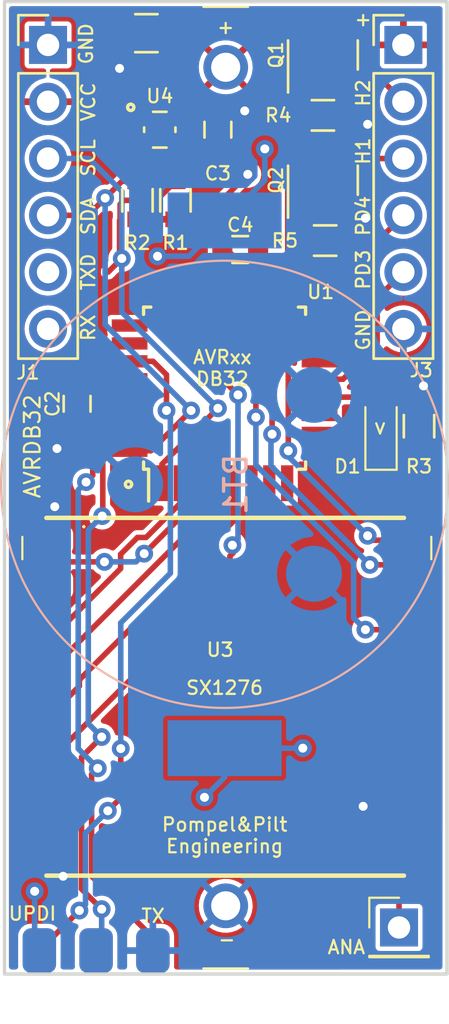
<source format=kicad_pcb>
(kicad_pcb (version 20211014) (generator pcbnew)
  (layers (0 "F.Cu" signal) (31 "B.Cu" signal) (37 "F.SilkS" user "F.Silkscreen") (38 "B.Mask" user) (39 "F.Mask" user) (44 "Edge.Cuts" user))
  (net 0 "")
  (net 1 "/RSTL")
  (net 2 "/SS")
  (net 3 "/SCK")
  (net 4 "/MOSI")
  (net 5 "/MISO")
  (net 6 "/REC_INT")
  (net 7 "GND")
  (net 8 "VCC")
  (net 9 "/SDA")
  (net 10 "/SCL")
  (net 11 "Net-(D1-Pad1)")
  (net 12 "/LED")
  (net 13 "/ANA")
  (net 14 "/TXD")
  (net 15 "/D2")
  (net 16 "/D1")
  (net 20 "/RXD")
  (net 25 "/UPDI")
  (net 26 "/PD6")
  (net 27 "/PD5")
  (net 28 "/PD4")
  (net 29 "/PD3")
  (net 31 "unconnected-(U1-Pad8)")
  (net 34 "/TX")
  (net 35 "/RX")
  (net 36 "/HP1")
  (net 37 "/HP2")
  (footprint "LEDs:LED_0805" (layer "F.Cu") (at 115.4 58.25 90)
    (fp_text reference "D1" (at -1.65 -1.5) (layer "F.SilkS") (effects (font (size 0.6 0.6) (thickness 0.1))))
    (fp_text value "LED")
    (fp_line (start -1.8 -0.7) (end 1 -0.7) (layer "F.SilkS") (width 0.1))
    (fp_line (start -1.8 -0.7) (end -1.8 0.7) (layer "F.SilkS") (width 0.1))
    (fp_line (start -1.8 0.7) (end 1 0.7) (layer "F.SilkS") (width 0.1))
    (pad "1" smd rect locked (at -1.1 0 270) (size 1.2 1.2) (layers "F.Cu" "F.Paste" "F.Mask") (net 11 "Net-(D1-Pad1)"))
    (pad "2" smd rect locked (at 1.1 0 270) (size 1.2 1.2) (layers "F.Cu" "F.Paste" "F.Mask") (net 12 "/LED"))
  )
  (footprint "Pin_Headers:Pin_Header_Straight_1x01_Pitch2.54mm" (layer "F.Cu") (at 116.205 80.518)
    (fp_text reference "AE1" hide)
    (fp_text value "Antenna")
    (fp_line (start 1.33 1.27) (end 1.33 1.33) (layer "F.SilkS") (width 0.1))
    (fp_line (start -1.33 -1.33) (end 0 -1.33) (layer "F.SilkS") (width 0.1))
    (fp_line (start -1.33 1.27) (end 1.33 1.27) (layer "F.SilkS") (width 0.1))
    (fp_line (start -1.33 0) (end -1.33 -1.33) (layer "F.SilkS") (width 0.1))
    (fp_line (start -1.33 1.27) (end -1.33 1.33) (layer "F.SilkS") (width 0.1))
    (fp_line (start -1.33 1.33) (end 1.33 1.33) (layer "F.SilkS") (width 0.1))
    (pad "1" thru_hole rect locked (at 0 0) (size 1.7 1.7) (drill 1) (layers *.Cu *.Mask) (net 13 "/ANA"))
  )
  (footprint "halib:EdgePads_FB_2x03" (layer "F.Cu") (at 102.65 84.6)
    (fp_text reference "J2" hide)
    (fp_text value "Conn_02x03_Top_Bottom")
    (pad "1" connect roundrect locked (at -2.54 -3.048) (size 1.5 2) (layers "F.Cu" "F.Mask") (net 25 "/UPDI"))
    (pad "2" connect roundrect locked (at 0 -3.048) (size 1.5 2) (layers "F.Cu" "F.Mask"))
    (pad "3" connect roundrect locked (at 2.54 -3.048) (size 1.5 2) (layers "F.Cu" "F.Mask") (net 14 "/TXD"))
    (pad "4" connect roundrect locked (at -2.54 -3.048) (size 1.5 2) (layers "B.Cu" "B.Mask") (net 8 "VCC"))
    (pad "5" connect roundrect locked (at 0 -3.048) (size 1.5 2) (layers "B.Cu" "B.Mask") (net 20 "/RXD"))
    (pad "6" connect roundrect locked (at 2.54 -3.048) (size 1.5 2) (layers "B.Cu" "B.Mask") (net 7 "GND"))
  )
  (footprint "halib:1276Module2mm" (layer "F.Cu") (at 106.426 76.2)
    (fp_text reference "U3" (at 1.774 -8.1) (layer "F.SilkS") (effects (font (size 0.6 0.6) (thickness 0.1))))
    (fp_text value "1276Module")
    (fp_line (start 10 2) (end -6 2) (layer "F.SilkS") (width 0.2))
    (fp_line (start -6 -14) (end 10 -14) (layer "F.SilkS") (width 0.2))
    (pad "1" smd roundrect (at 10 -1) (size 2 1) (layers "F.Cu" "F.Paste" "F.Mask") (net 7 "GND"))
    (pad "1" smd roundrect (at -6 1) (size 2 1) (layers "F.Cu" "F.Paste" "F.Mask") (net 7 "GND"))
    (pad "1" smd roundrect (at -6 -13) (size 2 1) (layers "F.Cu" "F.Paste" "F.Mask") (net 7 "GND"))
    (pad "2" smd roundrect (at -6 -11) (size 2 1) (layers "F.Cu" "F.Paste" "F.Mask") (net 5 "/MISO"))
    (pad "3" smd roundrect (at -6 -9) (size 2 1) (layers "F.Cu" "F.Paste" "F.Mask") (net 4 "/MOSI"))
    (pad "4" smd roundrect (at -6 -7) (size 2 1) (layers "F.Cu" "F.Paste" "F.Mask") (net 3 "/SCK"))
    (pad "5" smd roundrect (at -6 -5) (size 2 1) (layers "F.Cu" "F.Paste" "F.Mask") (net 2 "/SS"))
    (pad "6" smd roundrect (at -6 -3) (size 2 1) (layers "F.Cu" "F.Paste" "F.Mask") (net 1 "/RSTL"))
    (pad "7" smd roundrect (at 10 -9) (size 2 1) (layers "F.Cu" "F.Paste" "F.Mask") (net 6 "/REC_INT"))
    (pad "8" smd roundrect (at 10 -11) (size 2 1) (layers "F.Cu" "F.Paste" "F.Mask") (net 16 "/D1"))
    (pad "9" smd roundrect (at 10 -13) (size 2 1) (layers "F.Cu" "F.Paste" "F.Mask") (net 15 "/D2"))
    (pad "10" smd roundrect (at 10 -3) (size 2 1) (layers "F.Cu" "F.Paste" "F.Mask"))
    (pad "11" smd roundrect (at 10 -5) (size 2 1) (layers "F.Cu" "F.Paste" "F.Mask"))
    (pad "12" smd roundrect (at -6 -1) (size 2 1) (layers "F.Cu" "F.Paste" "F.Mask"))
    (pad "13" smd roundrect (at 10 1) (size 2 1) (layers "F.Cu" "F.Paste" "F.Mask") (net 13 "/ANA"))
    (pad "14" smd roundrect (at 10 -7) (size 2 1) (layers "F.Cu" "F.Paste" "F.Mask") (net 8 "VCC"))
  )
  (footprint "halib:CR123Holder" (layer "F.Cu") (at 108.45 42.05 -90)
    (fp_text reference "BT2" hide)
    (fp_text value "CR123")
    (fp_line (start 21 9.1) (end 22 9.1) (layer "F.SilkS") (width 0.1))
    (fp_line (start 21 -9.2) (end 22 -9.2) (layer "F.SilkS") (width 0.1))
    (fp_line (start 40.3 -1) (end 40.3 1) (layer "F.SilkS") (width 0.1))
    (fp_line (start -2.7 -1) (end -2.7 1) (layer "F.SilkS") (width 0.1))
    (pad "1" thru_hole circle locked (at 0 0 270) (size 2 2) (drill 1.3) (layers *.Cu *.Mask) (net 8 "VCC"))
    (pad "2" thru_hole circle locked (at 37.5 0 270) (size 2 2) (drill 1.3) (layers *.Cu *.Mask) (net 7 "GND"))
  )
  (footprint "halib:C_0603_Compact_hand" (layer "F.Cu") (at 101.8 57.1 -90)
    (fp_text reference "C2" (at 0 1.1 90) (layer "F.SilkS") (effects (font (size 0.6 0.6) (thickness 0.1))))
    (fp_text value "100n")
    (fp_line (start 0.35 0.6) (end -0.35 0.6) (layer "F.SilkS") (width 0.12))
    (fp_line (start -0.35 -0.6) (end 0.35 -0.6) (layer "F.SilkS") (width 0.12))
    (pad "1" smd rect locked (at -0.8 0 270) (size 0.9 0.75) (layers "F.Cu" "F.Paste" "F.Mask") (net 8 "VCC"))
    (pad "2" smd rect locked (at 0.8 0 270) (size 0.9 0.75) (layers "F.Cu" "F.Paste" "F.Mask") (net 7 "GND"))
  )
  (footprint "halib:C_0603_Compact_hand" (layer "F.Cu") (at 108.1 44.841421 90)
    (fp_text reference "C3" (at -1.958579 0 180) (layer "F.SilkS") (effects (font (size 0.6 0.6) (thickness 0.1))))
    (fp_text value "100n")
    (fp_line (start 0.35 0.6) (end -0.35 0.6) (layer "F.SilkS") (width 0.12))
    (fp_line (start -0.35 -0.6) (end 0.35 -0.6) (layer "F.SilkS") (width 0.12))
    (pad "1" smd rect locked (at -0.8 0 90) (size 0.9 0.75) (layers "F.Cu" "F.Paste" "F.Mask") (net 8 "VCC"))
    (pad "2" smd rect locked (at 0.8 0 90) (size 0.9 0.75) (layers "F.Cu" "F.Paste" "F.Mask") (net 7 "GND"))
  )
  (footprint "halib:C_0603_Compact_hand" (layer "F.Cu") (at 109.1 50.2 180)
    (fp_text reference "C4" (at 0 1.1) (layer "F.SilkS") (effects (font (size 0.6 0.6) (thickness 0.1))))
    (fp_text value "100n")
    (fp_line (start 0.35 0.6) (end -0.35 0.6) (layer "F.SilkS") (width 0.12))
    (fp_line (start -0.35 -0.6) (end 0.35 -0.6) (layer "F.SilkS") (width 0.12))
    (pad "1" smd rect locked (at -0.8 0 180) (size 0.9 0.75) (layers "F.Cu" "F.Paste" "F.Mask") (net 8 "VCC"))
    (pad "2" smd rect locked (at 0.8 0 180) (size 0.9 0.75) (layers "F.Cu" "F.Paste" "F.Mask") (net 7 "GND"))
  )
  (footprint "halib:R_0603_Compact_hand" (layer "F.Cu") (at 117.1 58.1 90)
    (fp_text reference "R3" (at -1.8 0) (layer "F.SilkS") (effects (font (size 0.6 0.6) (thickness 0.1))))
    (fp_text value "R400")
    (fp_line (start -0.5 -0.68) (end 0.5 -0.68) (layer "F.SilkS") (width 0.12))
    (fp_line (start 0.5 0.68) (end -0.5 0.68) (layer "F.SilkS") (width 0.12))
    (pad "1" smd rect locked (at -0.85 0 90) (size 0.7 0.9) (layers "F.Cu" "F.Paste" "F.Mask") (net 11 "Net-(D1-Pad1)"))
    (pad "2" smd rect locked (at 0.85 0 90) (size 0.7 0.9) (layers "F.Cu" "F.Paste" "F.Mask") (net 7 "GND"))
  )
  (footprint "halib:R_0603_Compact_hand" (layer "F.Cu") (at 106.2 48 90)
    (fp_text reference "R1" (at -1.9 0 180) (layer "F.SilkS") (effects (font (size 0.6 0.6) (thickness 0.1))))
    (fp_text value "4k7")
    (fp_line (start 0.5 0.68) (end -0.5 0.68) (layer "F.SilkS") (width 0.12))
    (fp_line (start -0.5 -0.68) (end 0.5 -0.68) (layer "F.SilkS") (width 0.12))
    (pad "1" smd rect locked (at -0.85 0 90) (size 0.7 0.9) (layers "F.Cu" "F.Paste" "F.Mask") (net 8 "VCC"))
    (pad "2" smd rect locked (at 0.85 0 90) (size 0.7 0.9) (layers "F.Cu" "F.Paste" "F.Mask") (net 10 "/SCL"))
  )
  (footprint "halib:R_0603_Compact_hand" (layer "F.Cu") (at 104.5 48 90)
    (fp_text reference "R2" (at -1.9 0 180) (layer "F.SilkS") (effects (font (size 0.6 0.6) (thickness 0.1))))
    (fp_text value "4k7")
    (fp_line (start -0.5 -0.68) (end 0.5 -0.68) (layer "F.SilkS") (width 0.12))
    (fp_line (start 0.5 0.68) (end -0.5 0.68) (layer "F.SilkS") (width 0.12))
    (pad "1" smd rect locked (at -0.85 0 90) (size 0.7 0.9) (layers "F.Cu" "F.Paste" "F.Mask") (net 8 "VCC"))
    (pad "2" smd rect locked (at 0.85 0 90) (size 0.7 0.9) (layers "F.Cu" "F.Paste" "F.Mask") (net 9 "/SDA"))
  )
  (footprint "Capacitors_SMD:C_0805_HandSoldering" (layer "F.Cu") (at 104.9 40.525 180)
    (fp_text reference "C1" hide)
    (fp_text value "10uF")
    (fp_line (start 0.5 -0.85) (end -0.5 -0.85) (layer "F.SilkS") (width 0.12))
    (fp_line (start -0.5 0.85) (end 0.5 0.85) (layer "F.SilkS") (width 0.12))
    (pad "1" smd rect locked (at -1.25 0 180) (size 1.5 1.25) (layers "F.Cu" "F.Paste" "F.Mask") (net 8 "VCC"))
    (pad "2" smd rect locked (at 1.25 0 180) (size 1.5 1.25) (layers "F.Cu" "F.Paste" "F.Mask") (net 7 "GND"))
  )
  (footprint "halib:R_0603_Compact_hand" (layer "F.Cu") (at 112.9 49.8)
    (fp_text reference "R5" (at -1.8 0) (layer "F.SilkS") (effects (font (size 0.6 0.6) (thickness 0.1))))
    (fp_text value "100k")
    (fp_line (start 0.5 0.68) (end -0.5 0.68) (layer "F.SilkS") (width 0.12))
    (fp_line (start -0.5 -0.68) (end 0.5 -0.68) (layer "F.SilkS") (width 0.12))
    (pad "1" smd rect locked (at -0.85 0) (size 0.7 0.9) (layers "F.Cu" "F.Paste" "F.Mask") (net 27 "/PD5"))
    (pad "2" smd rect locked (at 0.85 0) (size 0.7 0.9) (layers "F.Cu" "F.Paste" "F.Mask") (net 7 "GND"))
  )
  (footprint "Package_TO_SOT_SMD:SOT-23" (layer "F.Cu") (at 112.8 41.5 90)
    (fp_text reference "Q1" (at 0 -2.1 90) (layer "F.SilkS") (effects (font (size 0.6 0.6) (thickness 0.1))))
    (fp_text value "N-MOS")
    (fp_line (start 0 1.56) (end 0.65 1.56) (layer "F.SilkS") (width 0.12))
    (fp_line (start 0 1.56) (end -0.65 1.56) (layer "F.SilkS") (width 0.12))
    (fp_line (start 0 -1.56) (end 0.65 -1.56) (layer "F.SilkS") (width 0.12))
    (fp_line (start 0 -1.56) (end -1.675 -1.56) (layer "F.SilkS") (width 0.12))
    (pad "1" smd roundrect locked (at -0.9375 -0.95 90) (size 1.475 0.6) (layers "F.Cu" "F.Paste" "F.Mask") (net 26 "/PD6"))
    (pad "2" smd roundrect locked (at -0.9375 0.95 90) (size 1.475 0.6) (layers "F.Cu" "F.Paste" "F.Mask") (net 7 "GND"))
    (pad "3" smd roundrect locked (at 0.9375 0 90) (size 1.475 0.6) (layers "F.Cu" "F.Paste" "F.Mask") (net 36 "/HP1"))
  )
  (footprint "Package_QFP:TQFP-32_7x7mm_P0.8mm" (layer "F.Cu") (at 108.4 56.4 90)
    (fp_text reference "U1" (at 4.3 4.3 180) (layer "F.SilkS") (effects (font (size 0.6 0.6) (thickness 0.1))))
    (fp_text value "ATmega4808-A")
    (fp_line (start -3.625 -3.625) (end -3.3 -3.625) (layer "F.SilkS") (width 0.15))
    (fp_line (start -3.625 3.625) (end -3.625 3.3) (layer "F.SilkS") (width 0.15))
    (fp_line (start 3.625 3.625) (end 3.3 3.625) (layer "F.SilkS") (width 0.15))
    (fp_line (start -3.625 -3.625) (end -3.625 -3.4) (layer "F.SilkS") (width 0.15))
    (fp_line (start 3.625 3.625) (end 3.625 3.3) (layer "F.SilkS") (width 0.15))
    (fp_line (start 3.625 -3.625) (end 3.625 -3.3) (layer "F.SilkS") (width 0.15))
    (fp_line (start -3.625 3.625) (end -3.3 3.625) (layer "F.SilkS") (width 0.15))
    (fp_line (start -3.625 -3.4) (end -5.05 -3.4) (layer "F.SilkS") (width 0.15))
    (fp_line (start 3.625 -3.625) (end 3.3 -3.625) (layer "F.SilkS") (width 0.15))
    (pad "1" smd rect locked (at -4.25 -2.8 90) (size 1.6 0.55) (layers "F.Cu" "F.Paste" "F.Mask") (net 10 "/SCL"))
    (pad "2" smd rect locked (at -4.25 -2 90) (size 1.6 0.55) (layers "F.Cu" "F.Paste" "F.Mask") (net 4 "/MOSI"))
    (pad "3" smd rect locked (at -4.25 -1.2 90) (size 1.6 0.55) (layers "F.Cu" "F.Paste" "F.Mask") (net 5 "/MISO"))
    (pad "4" smd rect locked (at -4.25 -0.4 90) (size 1.6 0.55) (layers "F.Cu" "F.Paste" "F.Mask") (net 3 "/SCK"))
    (pad "5" smd rect locked (at -4.25 0.4 90) (size 1.6 0.55) (layers "F.Cu" "F.Paste" "F.Mask") (net 2 "/SS"))
    (pad "6" smd rect locked (at -4.25 1.2 90) (size 1.6 0.55) (layers "F.Cu" "F.Paste" "F.Mask"))
    (pad "7" smd rect locked (at -4.25 2 90) (size 1.6 0.55) (layers "F.Cu" "F.Paste" "F.Mask"))
    (pad "8" smd rect locked (at -4.25 2.8 90) (size 1.6 0.55) (layers "F.Cu" "F.Paste" "F.Mask") (net 31 "unconnected-(U1-Pad8)"))
    (pad "9" smd rect locked (at -2.8 4.25 180) (size 1.6 0.55) (layers "F.Cu" "F.Paste" "F.Mask"))
    (pad "10" smd rect locked (at -2 4.25 180) (size 1.6 0.55) (layers "F.Cu" "F.Paste" "F.Mask"))
    (pad "11" smd rect locked (at -1.2 4.25 180) (size 1.6 0.55) (layers "F.Cu" "F.Paste" "F.Mask"))
    (pad "12" smd rect locked (at -0.4 4.25 180) (size 1.6 0.55) (layers "F.Cu" "F.Paste" "F.Mask") (net 12 "/LED"))
    (pad "13" smd rect locked (at 0.4 4.25 180) (size 1.6 0.55) (layers "F.Cu" "F.Paste" "F.Mask") (net 29 "/PD3"))
    (pad "14" smd rect locked (at 1.2 4.25 180) (size 1.6 0.55) (layers "F.Cu" "F.Paste" "F.Mask") (net 28 "/PD4"))
    (pad "15" smd rect locked (at 2 4.25 180) (size 1.6 0.55) (layers "F.Cu" "F.Paste" "F.Mask") (net 27 "/PD5"))
    (pad "16" smd rect locked (at 2.8 4.25 180) (size 1.6 0.55) (layers "F.Cu" "F.Paste" "F.Mask") (net 26 "/PD6"))
    (pad "17" smd rect locked (at 4.25 2.8 90) (size 1.6 0.55) (layers "F.Cu" "F.Paste" "F.Mask"))
    (pad "18" smd rect locked (at 4.25 2 90) (size 1.6 0.55) (layers "F.Cu" "F.Paste" "F.Mask") (net 8 "VCC"))
    (pad "19" smd rect locked (at 4.25 1.2 90) (size 1.6 0.55) (layers "F.Cu" "F.Paste" "F.Mask") (net 7 "GND"))
    (pad "20" smd rect locked (at 4.25 0.4 90) (size 1.6 0.55) (layers "F.Cu" "F.Paste" "F.Mask") (net 15 "/D2"))
    (pad "21" smd rect locked (at 4.25 -0.4 90) (size 1.6 0.55) (layers "F.Cu" "F.Paste" "F.Mask") (net 16 "/D1"))
    (pad "22" smd rect locked (at 4.25 -1.2 90) (size 1.6 0.55) (layers "F.Cu" "F.Paste" "F.Mask"))
    (pad "23" smd rect locked (at 4.25 -2 90) (size 1.6 0.55) (layers "F.Cu" "F.Paste" "F.Mask") (net 6 "/REC_INT"))
    (pad "24" smd rect locked (at 4.25 -2.8 90) (size 1.6 0.55) (layers "F.Cu" "F.Paste" "F.Mask") (net 1 "/RSTL"))
    (pad "25" smd rect locked (at 2.8 -4.25 180) (size 1.6 0.55) (layers "F.Cu" "F.Paste" "F.Mask"))
    (pad "26" smd rect locked (at 2 -4.25 180) (size 1.6 0.55) (layers "F.Cu" "F.Paste" "F.Mask"))
    (pad "27" smd rect locked (at 1.2 -4.25 180) (size 1.6 0.55) (layers "F.Cu" "F.Paste" "F.Mask") (net 25 "/UPDI"))
    (pad "28" smd rect locked (at 0.4 -4.25 180) (size 1.6 0.55) (layers "F.Cu" "F.Paste" "F.Mask") (net 8 "VCC"))
    (pad "29" smd rect locked (at -0.4 -4.25 180) (size 1.6 0.55) (layers "F.Cu" "F.Paste" "F.Mask") (net 7 "GND"))
    (pad "30" smd rect locked (at -1.2 -4.25 180) (size 1.6 0.55) (layers "F.Cu" "F.Paste" "F.Mask") (net 14 "/TXD"))
    (pad "31" smd rect locked (at -2 -4.25 180) (size 1.6 0.55) (layers "F.Cu" "F.Paste" "F.Mask") (net 20 "/RXD"))
    (pad "32" smd rect locked (at -2.8 -4.25 180) (size 1.6 0.55) (layers "F.Cu" "F.Paste" "F.Mask") (net 9 "/SDA"))
  )
  (footprint "Connector_PinHeader_2.54mm:PinHeader_1x06_P2.54mm_Vertical" (layer "F.Cu") (at 100.5 41.05)
    (fp_text reference "J1" (at -0.9 14.65) (layer "F.SilkS") (effects (font (size 0.6 0.6) (thickness 0.1))))
    (fp_text value "Conn_01x06")
    (fp_line (start -1.33 -1.33) (end 0 -1.33) (layer "F.SilkS") (width 0.12))
    (fp_line (start -1.33 14.03) (end 1.33 14.03) (layer "F.SilkS") (width 0.12))
    (fp_line (start -1.33 1.27) (end -1.33 14.03) (layer "F.SilkS") (width 0.12))
    (fp_line (start -1.33 1.27) (end 1.33 1.27) (layer "F.SilkS") (width 0.12))
    (fp_line (start 1.33 1.27) (end 1.33 14.03) (layer "F.SilkS") (width 0.12))
    (fp_line (start -1.33 0) (end -1.33 -1.33) (layer "F.SilkS") (width 0.12))
    (pad "1" thru_hole rect locked (at 0 0) (size 1.7 1.7) (drill 1) (layers *.Cu *.Mask) (net 7 "GND"))
    (pad "2" thru_hole oval locked (at 0 2.54) (size 1.7 1.7) (drill 1) (layers *.Cu *.Mask) (net 8 "VCC"))
    (pad "3" thru_hole oval locked (at 0 5.08) (size 1.7 1.7) (drill 1) (layers *.Cu *.Mask) (net 10 "/SCL"))
    (pad "4" thru_hole oval locked (at 0 7.62) (size 1.7 1.7) (drill 1) (layers *.Cu *.Mask) (net 9 "/SDA"))
    (pad "5" thru_hole oval locked (at 0 10.16) (size 1.7 1.7) (drill 1) (layers *.Cu *.Mask) (net 34 "/TX"))
    (pad "6" thru_hole oval locked (at 0 12.7) (size 1.7 1.7) (drill 1) (layers *.Cu *.Mask) (net 35 "/RX"))
  )
  (footprint "Connector_PinHeader_2.54mm:PinHeader_1x06_P2.54mm_Vertical" (layer "F.Cu") (at 116.4 41.05)
    (fp_text reference "J3" (at 0.8 14.55) (layer "F.SilkS") (effects (font (size 0.6 0.6) (thickness 0.1))))
    (fp_text value "Conn_01x06")
    (fp_line (start -1.33 1.27) (end -1.33 14.03) (layer "F.SilkS") (width 0.12))
    (fp_line (start -1.33 0) (end -1.33 -1.33) (layer "F.SilkS") (width 0.12))
    (fp_line (start -1.33 1.27) (end 1.33 1.27) (layer "F.SilkS") (width 0.12))
    (fp_line (start -1.33 -1.33) (end 0 -1.33) (layer "F.SilkS") (width 0.12))
    (fp_line (start 1.33 1.27) (end 1.33 14.03) (layer "F.SilkS") (width 0.12))
    (fp_line (start -1.33 14.03) (end 1.33 14.03) (layer "F.SilkS") (width 0.12))
    (pad "1" thru_hole rect locked (at 0 0) (size 1.7 1.7) (drill 1) (layers *.Cu *.Mask) (net 8 "VCC"))
    (pad "2" thru_hole oval locked (at 0 2.54) (size 1.7 1.7) (drill 1) (layers *.Cu *.Mask) (net 36 "/HP1"))
    (pad "3" thru_hole oval locked (at 0 5.08) (size 1.7 1.7) (drill 1) (layers *.Cu *.Mask) (net 37 "/HP2"))
    (pad "4" thru_hole oval locked (at 0 7.62) (size 1.7 1.7) (drill 1) (layers *.Cu *.Mask) (net 28 "/PD4"))
    (pad "5" thru_hole oval locked (at 0 10.16) (size 1.7 1.7) (drill 1) (layers *.Cu *.Mask) (net 29 "/PD3"))
    (pad "6" thru_hole oval locked (at 0 12.7) (size 1.7 1.7) (drill 1) (layers *.Cu *.Mask) (net 7 "GND"))
  )
  (footprint "halib:R_0603_Compact_hand" (layer "F.Cu") (at 112.8 44.2)
    (fp_text reference "R4" (at -2 0) (layer "F.SilkS") (effects (font (size 0.6 0.6) (thickness 0.1))))
    (fp_text value "100k")
    (fp_line (start -0.5 -0.68) (end 0.5 -0.68) (layer "F.SilkS") (width 0.12))
    (fp_line (start 0.5 0.68) (end -0.5 0.68) (layer "F.SilkS") (width 0.12))
    (pad "1" smd rect locked (at -0.85 0) (size 0.7 0.9) (layers "F.Cu" "F.Paste" "F.Mask") (net 26 "/PD6"))
    (pad "2" smd rect locked (at 0.85 0) (size 0.7 0.9) (layers "F.Cu" "F.Paste" "F.Mask") (net 7 "GND"))
  )
  (footprint "halib:SHT4x" (layer "F.Cu") (at 105.5 44.841421)
    (fp_text reference "U4" (at 0 -1.5 unlocked) (layer "F.SilkS") (effects (font (size 0.6 0.6) (thickness 0.1))))
    (fp_text value "SHT4x")
    (fp_line (start -0.3 -0.8) (end 0.3 -0.8) (layer "F.SilkS") (width 0.12))
    (fp_line (start -0.7 -0.1) (end -0.7 0.1) (layer "F.SilkS") (width 0.12))
    (fp_line (start -0.3 0.8) (end 0.3 0.8) (layer "F.SilkS") (width 0.12))
    (fp_line (start 0.7 -0.1) (end 0.7 0.1) (layer "F.SilkS") (width 0.12))
    (pad "1" smd rect (at -0.9 -0.4) (size 1.1 0.3) (layers "F.Cu" "F.Paste" "F.Mask") (net 9 "/SDA"))
    (pad "2" smd rect (at -0.9 0.4) (size 1.1 0.3) (layers "F.Cu" "F.Paste" "F.Mask") (net 10 "/SCL"))
    (pad "3" smd rect (at 0.9 0.4) (size 1.1 0.3) (layers "F.Cu" "F.Paste" "F.Mask") (net 8 "VCC"))
    (pad "4" smd rect (at 0.9 -0.4) (size 1.1 0.3) (layers "F.Cu" "F.Paste" "F.Mask") (net 7 "GND"))
  )
  (footprint "Package_TO_SOT_SMD:SOT-23" (layer "F.Cu") (at 112.8 47.1 90)
    (fp_text reference "Q2" (at 0 -2.1 90) (layer "F.SilkS") (effects (font (size 0.6 0.6) (thickness 0.1))))
    (fp_text value "N-MOS")
    (fp_line (start 0 -1.56) (end 0.65 -1.56) (layer "F.SilkS") (width 0.12))
    (fp_line (start 0 -1.56) (end -1.675 -1.56) (layer "F.SilkS") (width 0.12))
    (fp_line (start 0 1.56) (end -0.65 1.56) (layer "F.SilkS") (width 0.12))
    (fp_line (start 0 1.56) (end 0.65 1.56) (layer "F.SilkS") (width 0.12))
    (pad "1" smd roundrect locked (at -0.9375 -0.95 90) (size 1.475 0.6) (layers "F.Cu" "F.Paste" "F.Mask") (net 27 "/PD5"))
    (pad "2" smd roundrect locked (at -0.9375 0.95 90) (size 1.475 0.6) (layers "F.Cu" "F.Paste" "F.Mask") (net 7 "GND"))
    (pad "3" smd roundrect locked (at 0.9375 0 90) (size 1.475 0.6) (layers "F.Cu" "F.Paste" "F.Mask") (net 37 "/HP2"))
  )
  (footprint "halib:2032-SMD_COMPACT" (layer "B.Cu") (at 108.4 60.7 -90)
    (fp_text reference "BT1" (at 0 -0.5 90) (layer "B.SilkS") (effects (justify mirror)))
    (fp_text value "CR2032")
    (fp_circle (center 0 0) (end 10 0) (layer "B.SilkS") (width 0.1) (fill none))
    (pad "1" smd rect locked (at 11.8 0 270) (size 2.5 5.1) (layers "B.Cu" "B.Paste" "B.Mask") (net 8 "VCC"))
    (pad "1" smd rect locked (at -11.8 0 270) (size 2.5 5.1) (layers "B.Cu" "B.Paste" "B.Mask") (net 8 "VCC"))
    (pad "2" smd circle locked (at -4 -4 270) (size 2.5 2.5) (layers "B.Cu" "B.Paste" "B.Mask") (net 7 "GND"))
    (pad "2" smd circle locked (at 4 -4 270) (size 2.5 2.5) (layers "B.Cu" "B.Paste" "B.Mask") (net 7 "GND"))
    (pad "2" smd circle locked (at 0 4 270) (size 2.5 2.5) (layers "B.Cu" "B.Paste" "B.Mask") (net 7 "GND"))
  )
  (gr_circle (center 104.2 43.841421) (end 104.3 43.941421) (layer "F.SilkS") (width 0.15) (fill none))
  (gr_circle (center 104.1 60.7) (end 104.2 60.8) (layer "F.SilkS") (width 0.15) (fill none))
  (gr_line (start 98.55 39.116) (end 118.35 39.116) (layer "Edge.Cuts") (width 0.15))
  (gr_line (start 118.35 82.6) (end 98.55 82.6) (layer "Edge.Cuts") (width 0.15))
  (gr_line (start 98.55 82.6) (end 98.55 39.116) (layer "Edge.Cuts") (width 0.15))
  (gr_line (start 118.35 39.116) (end 118.35 82.6) (layer "Edge.Cuts") (width 0.15))
  (gr_text "-" (at 108.5 81.05) (layer "F.SilkS") (effects (font (size 0.6 0.6) (thickness 0.1))))
  (gr_text "." (at 102.1 62.35) (layer "F.SilkS") (effects (font (size 0.6 0.6) (thickness 0.1))))
  (gr_text "VCC" (at 102.3 43.6 90) (layer "F.SilkS") (effects (font (size 0.6 0.6) (thickness 0.1))))
  (gr_text "GND" (at 102.2 41 90) (layer "F.SilkS") (effects (font (size 0.6 0.6) (thickness 0.1))))
  (gr_text "RX" (at 102.3 53.7 90) (layer "F.SilkS") (effects (font (size 0.6 0.6) (thickness 0.1))))
  (gr_text "AVRDB32" (at 99.8 59 90) (layer "F.SilkS") (effects (font (size 0.7 0.7) (thickness 0.1))))
  (gr_text "+" (at 114.6 39.9) (layer "F.SilkS") (effects (font (size 0.6 0.6) (thickness 0.1))))
  (gr_text "PD3" (at 114.6 51.1 90) (layer "F.SilkS") (effects (font (size 0.6 0.6) (thickness 0.1))))
  (gr_text "AVRxx\nDB32" (at 108.3 55.5) (layer "F.SilkS") (effects (font (size 0.6 0.6) (thickness 0.1))))
  (gr_text "+" (at 108.45 40.25) (layer "F.SilkS") (effects (font (size 0.6 0.6) (thickness 0.1))))
  (gr_text "H2" (at 114.6 43.2 90) (layer "F.SilkS") (effects (font (size 0.6 0.6) (thickness 0.1))))
  (gr_text "GND" (at 114.6 53.8 90) (layer "F.SilkS") (effects (font (size 0.6 0.6) (thickness 0.1))))
  (gr_text ">" (at 115.4 58.2 270) (layer "F.SilkS") (effects (font (size 0.6 0.6) (thickness 0.1))))
  (gr_text "Pompel&Pilt\nEngineering" (at 108.4 76.4) (layer "F.SilkS") (effects (font (size 0.6 0.6) (thickness 0.1))))
  (gr_text "TX" (at 105.2 80) (layer "F.SilkS") (effects (font (size 0.6 0.6) (thickness 0.1))))
  (gr_text "PD4" (at 114.6 48.7 90) (layer "F.SilkS") (effects (font (size 0.6 0.6) (thickness 0.1))))
  (gr_text "H1" (at 114.6 45.8 90) (layer "F.SilkS") (effects (font (size 0.6 0.6) (thickness 0.1))))
  (gr_text "ANA" (at 113.85 81.4) (layer "F.SilkS") (effects (font (size 0.6 0.6) (thickness 0.1))))
  (gr_text "TXD" (at 102.3 51.2 90) (layer "F.SilkS") (effects (font (size 0.6 0.6) (thickness 0.1))))
  (gr_text "SDA" (at 102.3 48.7 90) (layer "F.SilkS") (effects (font (size 0.6 0.6) (thickness 0.1))))
  (gr_text "UPDI" (at 99.8 79.9) (layer "F.SilkS") (effects (font (size 0.6 0.6) (thickness 0.1))))
  (gr_text "SCL" (at 102.3 46.1 90) (layer "F.SilkS") (effects (font (size 0.6 0.6) (thickness 0.1))))
  (gr_text "SX1276" (at 108.4 69.8) (layer "F.SilkS") (effects (font (size 0.6 0.6) (thickness 0.1))))
  (segment (start 108.640846 64.985154) (end 108.640846 63.909956) (width 0.25) (layer "F.Cu") (net 1))
  (segment (start 109 56.7) (end 105.6 53.3) (width 0.25) (layer "F.Cu") (net 1))
  (segment (start 108.640846 63.909956) (end 108.790846 63.759956) (width 0.25) (layer "F.Cu") (net 1))
  (segment (start 105.6 53.3) (end 105.6 52.15) (width 0.25) (layer "F.Cu") (net 1))
  (segment (start 108.790846 63.759956) (end 108.790846 63.462061) (width 0.25) (layer "F.Cu") (net 1))
  (segment (start 100.426 73.2) (end 108.640846 64.985154) (width 0.25) (layer "F.Cu") (net 1))
  (segment (start 108.790846 63.462061) (end 108.750682 63.421897) (width 0.25) (layer "F.Cu") (net 1))
  (via (at 109 56.7) (size 0.8) (drill 0.4) (layers "F.Cu" "B.Cu") (net 1))
  (via (at 108.750682 63.421897) (size 0.8) (drill 0.4) (layers "F.Cu" "B.Cu") (net 1))
  (segment (start 108.750682 63.421897) (end 109 63.172579) (width 0.25) (layer "B.Cu") (net 1))
  (segment (start 109 63.172579) (end 109 56.7) (width 0.25) (layer "B.Cu") (net 1))
  (segment (start 101.9 69.726) (end 100.426 71.2) (width 0.25) (layer "F.Cu") (net 2))
  (segment (start 108.026181 63.319088) (end 101.9 69.445269) (width 0.25) (layer "F.Cu") (net 2))
  (segment (start 108.8 62.347979) (end 108.026181 63.121798) (width 0.25) (layer "F.Cu") (net 2))
  (segment (start 108.026181 63.121798) (end 108.026181 63.319088) (width 0.25) (layer "F.Cu") (net 2))
  (segment (start 108.8 60.65) (end 108.8 62.347979) (width 0.25) (layer "F.Cu") (net 2))
  (segment (start 101.9 69.445269) (end 101.9 69.726) (width 0.25) (layer "F.Cu") (net 2))
  (segment (start 108 61.626) (end 100.426 69.2) (width 0.25) (layer "F.Cu") (net 3))
  (segment (start 108 60.65) (end 108 61.626) (width 0.25) (layer "F.Cu") (net 3))
  (segment (start 101.016812 67.2) (end 100.426 67.2) (width 0.25) (layer "F.Cu") (net 4))
  (segment (start 104.889498 63.0762) (end 104.500602 63.0762) (width 0.25) (layer "F.Cu") (net 4))
  (segment (start 106.4 60.65) (end 106.4 61.565698) (width 0.25) (layer "F.Cu") (net 4))
  (segment (start 103.749001 63.827801) (end 103.749001 64.467811) (width 0.25) (layer "F.Cu") (net 4))
  (segment (start 106.4 61.565698) (end 104.889498 63.0762) (width 0.25) (layer "F.Cu") (net 4))
  (segment (start 103.749001 64.467811) (end 101.016812 67.2) (width 0.25) (layer "F.Cu") (net 4))
  (segment (start 104.500602 63.0762) (end 103.749001 63.827801) (width 0.25) (layer "F.Cu") (net 4))
  (segment (start 100.426 65.2) (end 101.458288 64.167712) (width 0.25) (layer "F.Cu") (net 5))
  (segment (start 107.2 61.401402) (end 104.800701 63.800701) (width 0.25) (layer "F.Cu") (net 5))
  (segment (start 101.458288 64.167712) (end 103.0245 64.167712) (width 0.25) (layer "F.Cu") (net 5))
  (segment (start 107.2 60.65) (end 107.2 61.401402) (width 0.25) (layer "F.Cu") (net 5))
  (via (at 103.0245 64.167712) (size 0.8) (drill 0.4) (layers "F.Cu" "B.Cu") (net 5))
  (via (at 104.800701 63.800701) (size 0.8) (drill 0.4) (layers "F.Cu" "B.Cu") (net 5))
  (segment (start 104.43369 64.167712) (end 103.0245 64.167712) (width 0.25) (layer "B.Cu") (net 5))
  (segment (start 104.800701 63.800701) (end 104.43369 64.167712) (width 0.25) (layer "B.Cu") (net 5))
  (segment (start 109.8 56.474022) (end 106.4 53.074022) (width 0.25) (layer "F.Cu") (net 6))
  (segment (start 109.8 57.7) (end 109.8 56.474022) (width 0.25) (layer "F.Cu") (net 6))
  (segment (start 106.4 53.074022) (end 106.4 52.15) (width 0.25) (layer "F.Cu") (net 6))
  (segment (start 114.7 67.2) (end 116.426 67.2) (width 0.25) (layer "F.Cu") (net 6))
  (via (at 114.7 67.2) (size 0.8) (drill 0.4) (layers "F.Cu" "B.Cu") (net 6))
  (via (at 109.8 57.7) (size 0.8) (drill 0.4) (layers "F.Cu" "B.Cu") (net 6))
  (segment (start 109.8 59.835704) (end 114.175499 64.211203) (width 0.25) (layer "B.Cu") (net 6))
  (segment (start 109.8 57.7) (end 109.8 59.835704) (width 0.25) (layer "B.Cu") (net 6))
  (segment (start 114.175499 66.675499) (end 114.7 67.2) (width 0.25) (layer "B.Cu") (net 6))
  (segment (start 114.175499 64.211203) (end 114.175499 66.675499) (width 0.25) (layer "B.Cu") (net 6))
  (segment (start 101.1755 77.9495) (end 101.1755 78.229014) (width 0.25) (layer "F.Cu") (net 7))
  (segment (start 114.7 75.2) (end 114.6 75.1) (width 0.25) (layer "F.Cu") (net 7))
  (segment (start 113.65 44.2) (end 114.4 44.2) (width 0.25) (layer "F.Cu") (net 7))
  (segment (start 113.75 42.4375) (end 113.75 44.1) (width 0.25) (layer "F.Cu") (net 7))
  (segment (start 108.3 47.975402) (end 109.437701 46.837701) (width 0.25) (layer "F.Cu") (net 7))
  (segment (start 104.15 56.8) (end 102.9 56.8) (width 0.25) (layer "F.Cu") (net 7))
  (segment (start 109.6 51.1) (end 109.6 52.15) (width 0.25) (layer "F.Cu") (net 7))
  (segment (start 108.1 44.041421) (end 109.258579 44.041421) (width 0.25) (layer "F.Cu") (net 7))
  (segment (start 113.75 44.1) (end 113.65 44.2) (width 0.25) (layer "F.Cu") (net 7))
  (segment (start 117.1 57.25) (end 117.1 56.5) (width 0.25) (layer "F.Cu") (net 7))
  (segment (start 109.258579 44.041421) (end 109.3 44) (width 0.25) (layer "F.Cu") (net 7))
  (segment (start 113.9375 48.0375) (end 114.7 48.8) (width 0.25) (layer "F.Cu") (net 7))
  (segment (start 109.399511 51.1) (end 109.6 51.1) (width 0.25) (layer "F.Cu") (net 7))
  (segment (start 102.9 56.8) (end 101.8 57.9) (width 0.25) (layer "F.Cu") (net 7))
  (segment (start 108.1 44.041421) (end 107.458579 44.041421) (width 0.25) (layer "F.Cu") (net 7))
  (segment (start 101.8 57.9) (end 101.8 58.2) (width 0.25) (layer "F.Cu") (net 7))
  (segment (start 100.426 62.074) (end 100.8 61.7) (width 0.25) (layer "F.Cu") (net 7))
  (segment (start 116.426 75.2) (end 114.7 75.2) (width 0.25) (layer "F.Cu") (net 7))
  (segment (start 113.75 48.0375) (end 113.9375 48.0375) (width 0.25) (layer "F.Cu") (net 7))
  (segment (start 108.499511 50.2) (end 109.399511 51.1) (width 0.25) (layer "F.Cu") (net 7))
  (segment (start 107.058579 44.441421) (end 106.2 44.441421) (width 0.25) (layer "F.Cu") (net 7))
  (segment (start 117.1 56.5) (end 117.3 56.3) (width 0.25) (layer "F.Cu") (net 7))
  (segment (start 107.458579 44.041421) (end 107.058579 44.441421) (width 0.25) (layer "F.Cu") (net 7))
  (segment (start 108.3 50.2) (end 108.3 47.975402) (width 0.25) (layer "F.Cu") (net 7))
  (segment (start 100.426 63.2) (end 100.426 62.074) (width 0.25) (layer "F.Cu") (net 7))
  (segment (start 103.65 42.05) (end 103.7 42.1) (width 0.25) (layer "F.Cu") (net 7))
  (segment (start 114.4 44.2) (end 114.8 44.6) (width 0.25) (layer "F.Cu") (net 7))
  (segment (start 103.65 40.525) (end 103.65 42.05) (width 0.4) (layer "F.Cu") (net 7))
  (segment (start 100.426 77.2) (end 101.1755 77.9495) (width 0.25) (layer "F.Cu") (net 7))
  (segment (start 101.8 58.2) (end 100.9 59.1) (width 0.25) (layer "F.Cu") (net 7))
  (segment (start 113.75 48.0375) (end 113.75 49.8) (width 0.25) (layer "F.Cu") (net 7))
  (segment (start 108.3 50.2) (end 108.499511 50.2) (width 0.25) (layer "F.Cu") (net 7))
  (via (at 109.437701 46.837701) (size 0.8) (drill 0.4) (layers "F.Cu" "B.Cu") (net 7))
  (via (at 100.8 61.7) (size 0.8) (drill 0.4) (layers "F.Cu" "B.Cu") (net 7))
  (via (at 114.7 48.8) (size 0.8) (drill 0.4) (layers "F.Cu" "B.Cu") (net 7))
  (via (at 109.3 44) (size 0.8) (drill 0.4) (layers "F.Cu" "B.Cu") (net 7))
  (via (at 101.1755 78.229014) (size 0.8) (drill 0.4) (layers "F.Cu" "B.Cu") (net 7))
  (via (at 114.6 75.1) (size 0.8) (drill 0.4) (layers "F.Cu" "B.Cu") (net 7))
  (via (at 103.7 42.1) (size 0.8) (drill 0.4) (layers "F.Cu" "B.Cu") (net 7))
  (via (at 114.8 44.6) (size 0.8) (drill 0.4) (layers "F.Cu" "B.Cu") (net 7))
  (via (at 100.9 59.1) (size 0.8) (drill 0.4) (layers "F.Cu" "B.Cu") (net 7))
  (via (at 117.3 56.3) (size 0.8) (drill 0.4) (layers "F.Cu" "B.Cu") (net 7))
  (segment (start 102.5 56) (end 104.15 56) (width 0.25) (layer "F.Cu") (net 8))
  (segment (start 107.441421 45.641421) (end 107.041421 45.241421) (width 0.25) (layer "F.Cu") (net 8))
  (segment (start 110.4 50.7) (end 110.4 52.15) (width 0.25) (layer "F.Cu") (net 8))
  (segment (start 109.9 50.2) (end 110.4 50.7) (width 0.25) (layer "F.Cu") (net 8))
  (segment (start 108.1 45.641421) (end 107.441421 45.641421) (width 0.25) (layer "F.Cu") (net 8))
  (segment (start 110.3 52.05) (end 110.4 52.15) (width 0.25) (layer "F.Cu") (net 8))
  (segment (start 102.1 56.4) (end 102.5 56) (width 0.25) (layer "F.Cu") (net 8))
  (segment (start 107.041421 45.241421) (end 106.2 45.241421) (width 0.25) (layer "F.Cu") (net 8))
  (via (at 107.5 74.7) (size 0.8) (drill 0.4) (layers "F.Cu" "B.Cu") (net 8))
  (via (at 111.9 72.5) (size 0.8) (drill 0.4) (layers "F.Cu" "B.Cu") (net 8))
  (via (at 110.2 45.7) (size 0.8) (drill 0.4) (layers "F.Cu" "B.Cu") (net 8))
  (via (at 105.4 50.5) (size 0.8) (drill 0.4) (layers "F.Cu" "B.Cu") (net 8))
  (via (at 99.9 78.9) (size 0.8) (drill 0.4) (layers "F.Cu" "B.Cu") (net 8))
  (segment (start 100.11 81.552) (end 99.9 81.342) (width 0.25) (layer "B.Cu") (net 8))
  (segment (start 108.4 72.5) (end 108.4 73.8) (width 0.25) (layer "B.Cu") (net 8))
  (segment (start 106.8 50.5) (end 105.4 50.5) (width 0.25) (layer "B.Cu") (net 8))
  (segment (start 108.4 72.5) (end 111.9 72.5) (width 0.25) (layer "B.Cu") (net 8))
  (segment (start 108.4 48.9) (end 106.8 50.5) (width 0.25) (layer "B.Cu") (net 8))
  (segment (start 99.9 81.342) (end 99.9 78.9) (width 0.25) (layer "B.Cu") (net 8))
  (segment (start 110.2 47.1) (end 110.2 45.7) (width 0.25) (layer "B.Cu") (net 8))
  (segment (start 108.4 73.8) (end 107.5 74.7) (width 0.25) (layer "B.Cu") (net 8))
  (segment (start 108.4 48.9) (end 110.2 47.1) (width 0.25) (layer "B.Cu") (net 8))
  (segment (start 104.2 44.441421) (end 104.8 44.441421) (width 0.25) (layer "F.Cu") (net 9))
  (segment (start 104.15 59.2) (end 105.1 59.2) (width 0.25) (layer "F.Cu") (net 9))
  (segment (start 103.055718 47.899248) (end 102.284966 48.67) (width 0.25) (layer "F.Cu") (net 9))
  (segment (start 103 45.7) (end 103 44.7) (width 0.25) (layer "F.Cu") (net 9))
  (segment (start 104.5 47.15) (end 104.45 47.15) (width 0.25) (layer "F.Cu") (net 9))
  (segment (start 104.5 47.15) (end 103.804966 47.15) (width 0.25) (layer "F.Cu") (net 9))
  (segment (start 102.284966 48.67) (end 100.5 48.67) (width 0.25) (layer "F.Cu") (net 9))
  (segment (start 103 44.7) (end 103.258579 44.441421) (width 0.25) (layer "F.Cu") (net 9))
  (segment (start 103.258579 44.441421) (end 104.6 44.441421) (width 0.25) (layer "F.Cu") (net 9))
  (segment (start 103.804966 47.15) (end 103.055718 47.899248) (width 0.25) (layer "F.Cu") (net 9))
  (segment (start 104.45 47.15) (end 103 45.7) (width 0.25) (layer "F.Cu") (net 9))
  (segment (start 105.1 59.2) (end 106.9 57.4) (width 0.25) (layer "F.Cu") (net 9))
  (via (at 103.055718 47.899248) (size 0.8) (drill 0.4) (layers "F.Cu" "B.Cu") (net 9))
  (via (at 106.9 57.4) (size 0.8) (drill 0.4) (layers "F.Cu" "B.Cu") (net 9))
  (segment (start 103.055718 53.555718) (end 103.055718 47.899248) (width 0.25) (layer "B.Cu") (net 9))
  (segment (start 106.9 57.4) (end 103.055718 53.555718) (width 0.25) (layer "B.Cu") (net 9))
  (segment (start 106.2 47.15) (end 106.1 47.15) (width 0.25) (layer "F.Cu") (net 10))
  (segment (start 105.25 46.3) (end 104.5 46.3) (width 0.25) (layer "F.Cu") (net 10))
  (segment (start 105.35 48) (end 106.2 47.15) (width 0.25) (layer "F.Cu") (net 10))
  (segment (start 103.9 45.4) (end 104.058579 45.241421) (width 0.25) (layer "F.Cu") (net 10))
  (segment (start 103.7 48.9) (end 103.725489 48.874511) (width 0.25) (layer "F.Cu") (net 10))
  (segment (start 103.8 50.6) (end 103.7 50.5) (width 0.25) (layer "F.Cu") (net 10))
  (segment (start 104.058579 45.241421) (end 104.8 45.241421) (width 0.25) (layer "F.Cu") (net 10))
  (segment (start 103.9 45.7) (end 103.9 45.4) (width 0.25) (layer "F.Cu") (net 10))
  (segment (start 103.725489 48.175489) (end 103.900978 48) (width 0.25) (layer "F.Cu") (net 10))
  (segment (start 103.8 50.6) (end 103.19 51.21) (width 0.25) (layer "F.Cu") (net 10))
  (segment (start 104.5 46.3) (end 103.9 45.7) (width 0.25) (layer "F.Cu") (net 10))
  (segment (start 103.725489 48.874511) (end 103.725489 48.175489) (width 0.25) (layer "F.Cu") (net 10))
  (segment (start 106.1 47.15) (end 105.25 46.3) (width 0.25) (layer "F.Cu") (net 10))
  (segment (start 105.6 59.8) (end 108.1 57.3) (width 0.25) (layer "F.Cu") (net 10))
  (segment (start 105.6 60.65) (end 105.6 59.8) (width 0.25) (layer "F.Cu") (net 10))
  (segment (start 103.7 50.5) (end 103.7 48.9) (width 0.25) (layer "F.Cu") (net 10))
  (segment (start 103.900978 48) (end 105.35 48) (width 0.25) (layer "F.Cu") (net 10))
  (via (at 103.8 50.6) (size 0.8) (drill 0.4) (layers "F.Cu" "B.Cu") (net 10))
  (via (at 108.1 57.3) (size 0.8) (drill 0.4) (layers "F.Cu" "B.Cu") (net 10))
  (segment (start 103.8 50.6) (end 103.8 47.6) (width 0.25) (layer "B.Cu") (net 10))
  (segment (start 108.1 57.3) (end 103.8 53) (width 0.25) (layer "B.Cu") (net 10))
  (segment (start 102.33 46.13) (end 100.5 46.13) (width 0.25) (layer "B.Cu") (net 10))
  (segment (start 103.8 53) (end 103.8 50.6) (width 0.25) (layer "B.Cu") (net 10))
  (segment (start 103.8 47.6) (end 102.33 46.13) (width 0.25) (layer "B.Cu") (net 10))
  (segment (start 116.6 59.35) (end 117 58.95) (width 0.25) (layer "F.Cu") (net 11))
  (segment (start 115.2 59.35) (end 116.6 59.35) (width 0.25) (layer "F.Cu") (net 11))
  (segment (start 112.65 56.8) (end 114.85 56.8) (width 0.25) (layer "F.Cu") (net 12))
  (segment (start 114.85 56.8) (end 115.2 57.15) (width 0.25) (layer "F.Cu") (net 12))
  (segment (start 116.426 77.2) (end 116.205 77.421) (width 0.25) (layer "F.Cu") (net 13))
  (segment (start 116.205 77.421) (end 116.205 80.518) (width 0.25) (layer "F.Cu") (net 13))
  (segment (start 104.15 57.6) (end 103.225978 57.6) (width 0.25) (layer "F.Cu") (net 14))
  (segment (start 105.19 80.9654) (end 102.449511 78.224911) (width 0.25) (layer "F.Cu") (net 14))
  (segment (start 102.449511 73.673294) (end 102.7245 73.398305) (width 0.25) (layer "F.Cu") (net 14))
  (segment (start 105.19 81.552) (end 105.19 80.9654) (width 0.25) (layer "F.Cu") (net 14))
  (segment (start 102.499511 60.300489) (end 102.2 60.6) (width 0.25) (layer "F.Cu") (net 14))
  (segment (start 103.225978 57.6) (end 102.499511 58.326467) (width 0.25) (layer "F.Cu") (net 14))
  (segment (start 102.449511 78.224911) (end 102.449511 73.673294) (width 0.25) (layer "F.Cu") (net 14))
  (segment (start 102.499511 58.326467) (end 102.499511 60.300489) (width 0.25) (layer "F.Cu") (net 14))
  (via (at 102.7245 73.398305) (size 0.8) (drill 0.4) (layers "F.Cu" "B.Cu") (net 14))
  (via (at 102.2 60.6) (size 0.8) (drill 0.4) (layers "F.Cu" "B.Cu") (net 14))
  (segment (start 101.850489 60.949511) (end 101.850489 72.524294) (width 0.25) (layer "B.Cu") (net 14))
  (segment (start 101.850489 72.524294) (end 102.7245 73.398305) (width 0.25) (layer "B.Cu") (net 14))
  (segment (start 102.2 60.6) (end 101.850489 60.949511) (width 0.25) (layer "B.Cu") (net 14))
  (segment (start 111.250498 55.650498) (end 108.8 53.2) (width 0.25) (layer "F.Cu") (net 15))
  (segment (start 111.250498 59.2) (end 111.250498 55.650498) (width 0.25) (layer "F.Cu") (net 15))
  (segment (start 116.426 63.2) (end 115 63.2) (width 0.25) (layer "F.Cu") (net 15))
  (segment (start 115 63.2) (end 114.8 63) (width 0.25) (layer "F.Cu") (net 15))
  (segment (start 108.8 53.2) (end 108.8 52.15) (width 0.25) (layer "F.Cu") (net 15))
  (via (at 111.250498 59.2) (size 0.8) (drill 0.4) (layers "F.Cu" "B.Cu") (net 15))
  (via (at 114.8 63) (size 0.8) (drill 0.4) (layers "F.Cu" "B.Cu") (net 15))
  (segment (start 111.250498 59.450498) (end 111.250498 59.2) (width 0.25) (layer "B.Cu") (net 15))
  (segment (start 114.8 63) (end 111.250498 59.450498) (width 0.25) (layer "B.Cu") (net 15))
  (segment (start 114.9 64.3) (end 115.526 64.3) (width 0.25) (layer "F.Cu") (net 16))
  (segment (start 110.525998 55.725998) (end 110.525998 58.45793) (width 0.25) (layer "F.Cu") (net 16))
  (segment (start 115.526 64.3) (end 116.426 65.2) (width 0.25) (layer "F.Cu") (net 16))
  (segment (start 108 52.15) (end 108 53.2) (width 0.25) (layer "F.Cu") (net 16))
  (segment (start 108 53.2) (end 110.525998 55.725998) (width 0.25) (layer "F.Cu") (net 16))
  (via (at 110.525998 58.45793) (size 0.8) (drill 0.4) (layers "F.Cu" "B.Cu") (net 16))
  (via (at 114.9 64.3) (size 0.8) (drill 0.4) (layers "F.Cu" "B.Cu") (net 16))
  (segment (start 114.9 64.3) (end 110.475499 59.875499) (width 0.25) (layer "B.Cu") (net 16))
  (segment (start 110.475499 59.875499) (end 110.475499 58.508429) (width 0.25) (layer "B.Cu") (net 16))
  (segment (start 110.475499 58.508429) (end 110.525998 58.45793) (width 0.25) (layer "B.Cu") (net 16))
  (segment (start 102 78.7) (end 102 78.8) (width 0.25) (layer "F.Cu") (net 20))
  (segment (start 102.9 72) (end 102 72.9) (width 0.25) (layer "F.Cu") (net 20))
  (segment (start 103.1 58.4) (end 102.949022 58.550978) (width 0.25) (layer "F.Cu") (net 20))
  (segment (start 104.15 58.4) (end 103.1 58.4) (width 0.25) (layer "F.Cu") (net 20))
  (segment (start 102 78.8) (end 102.9 79.7) (width 0.25) (layer "F.Cu") (net 20))
  (segment (start 102.949022 58.550978) (end 102.949022 62.09511) (width 0.25) (layer "F.Cu") (net 20))
  (segment (start 102.949022 62.09511) (end 102.9245 62.119632) (width 0.25) (layer "F.Cu") (net 20))
  (segment (start 102 72.9) (end 102 78.7) (width 0.25) (layer "F.Cu") (net 20))
  (via (at 102.9 79.7) (size 0.8) (drill 0.4) (layers "F.Cu" "B.Cu") (net 20))
  (via (at 102.9245 62.119632) (size 0.8) (drill 0.4) (layers "F.Cu" "B.Cu") (net 20))
  (via (at 102.9 72) (size 0.8) (drill 0.4) (layers "F.Cu" "B.Cu") (net 20))
  (segment (start 102.9245 62.119632) (end 102.3 62.744132) (width 0.25) (layer "B.Cu") (net 20))
  (segment (start 102.3 62.8) (end 102.3 71.4) (width 0.25) (layer "B.Cu") (net 20))
  (segment (start 102.9 79.7) (end 102.9 81.302) (width 0.25) (layer "B.Cu") (net 20))
  (segment (start 102.9 81.302) (end 102.65 81.552) (width 0.25) (layer "B.Cu") (net 20))
  (segment (start 102.3 71.4) (end 102.9 72) (width 0.25) (layer "B.Cu") (net 20))
  (segment (start 102.3 62.744132) (end 102.3 62.8) (width 0.25) (layer "B.Cu") (net 20))
  (segment (start 103.754018 74.719993) (end 103.174011 75.3) (width 0.25) (layer "F.Cu") (net 25))
  (segment (start 103.754018 72.519286) (end 103.754018 74.719993) (width 0.25) (layer "F.Cu") (net 25))
  (segment (start 101.901768 79.760232) (end 101.902314 79.760232) (width 0.25) (layer "F.Cu") (net 25))
  (segment (start 105.8 55.8) (end 105.8 57.4) (width 0.25) (layer "F.Cu") (net 25))
  (segment (start 105.2 55.2) (end 105.8 55.8) (width 0.25) (layer "F.Cu") (net 25))
  (segment (start 104.15 55.2) (end 105.2 55.2) (width 0.25) (layer "F.Cu") (net 25))
  (segment (start 100.11 81.552) (end 101.901768 79.760232) (width 0.25) (layer "F.Cu") (net 25))
  (segment (start 100.11 81.552) (end 100.11 80.79) (width 0.25) (layer "F.Cu") (net 25))
  (via (at 103.754018 72.519286) (size 0.8) (drill 0.4) (layers "F.Cu" "B.Cu") (net 25))
  (via (at 101.902314 79.760232) (size 0.8) (drill 0.4) (layers "F.Cu" "B.Cu") (net 25))
  (via (at 103.174011 75.3) (size 0.8) (drill 0.4) (layers "F.Cu" "B.Cu") (net 25))
  (via (at 105.8 57.4) (size 0.8) (drill 0.4) (layers "F.Cu" "B.Cu") (net 25))
  (segment (start 102.175499 76.298512) (end 102.175499 79.487047) (width 0.25) (layer "B.Cu") (net 25))
  (segment (start 103.754018 66.895004) (end 103.754018 72.519286) (width 0.25) (layer "B.Cu") (net 25))
  (segment (start 105.8 57.4) (end 105.974511 57.574511) (width 0.25) (layer "B.Cu") (net 25))
  (segment (start 105.974511 64.674511) (end 103.754018 66.895004) (width 0.25) (layer "B.Cu") (net 25))
  (segment (start 103.174011 75.3) (end 102.175499 76.298512) (width 0.25) (layer "B.Cu") (net 25))
  (segment (start 102.175499 79.487047) (end 101.902314 79.760232) (width 0.25) (layer "B.Cu") (net 25))
  (segment (start 105.974511 57.574511) (end 105.974511 64.674511) (width 0.25) (layer "B.Cu") (net 25))
  (segment (start 111.95 44.2) (end 111.95 42.5375) (width 0.25) (layer "F.Cu") (net 26))
  (segment (start 111.22548 44.92452) (end 111.95 44.2) (width 0.25) (layer "F.Cu") (net 26))
  (segment (start 112.65 53.6) (end 112.65 51.849022) (width 0.25) (layer "F.Cu") (net 26))
  (segment (start 112.65 51.849022) (end 111.22548 50.424502) (width 0.25) (layer "F.Cu") (net 26))
  (segment (start 111.95 42.5375) (end 111.85 42.4375) (width 0.25) (layer "F.Cu") (net 26))
  (segment (start 111.22548 50.424502) (end 111.22548 44.92452) (width 0.25) (layer "F.Cu") (net 26))
  (segment (start 112.05 49.8) (end 112.05 48.2375) (width 0.25) (layer "F.Cu") (net 27))
  (segment (start 113.7 54.4) (end 113.774511 54.325489) (width 0.25) (layer "F.Cu") (net 27))
  (segment (start 113.774511 54.325489) (end 113.774511 51.524511) (width 0.25) (layer "F.Cu") (net 27))
  (segment (start 112.05 48.2375) (end 111.85 48.0375) (width 0.25) (layer "F.Cu") (net 27))
  (segment (start 112.65 54.4) (end 113.7 54.4) (width 0.25) (layer "F.Cu") (net 27))
  (segment (start 113.774511 51.524511) (end 112.05 49.8) (width 0.25) (layer "F.Cu") (net 27))
  (segment (start 112.65 55.2) (end 113.574022 55.2) (width 0.25) (layer "F.Cu") (net 28))
  (segment (start 113.574022 55.2) (end 114.224022 54.55) (width 0.25) (layer "F.Cu") (net 28))
  (segment (start 114.224022 54.55) (end 114.224022 50.845978) (width 0.25) (layer "F.Cu") (net 28))
  (segment (start 114.224022 50.845978) (end 116.4 48.67) (width 0.25) (layer "F.Cu") (net 28))
  (segment (start 115.225489 52.384511) (end 116.4 51.21) (width 0.25) (layer "F.Cu") (net 29))
  (segment (start 112.65 56) (end 113.7 56) (width 0.25) (layer "F.Cu") (net 29))
  (segment (start 113.7 56) (end 115.225489 54.474511) (width 0.25) (layer "F.Cu") (net 29))
  (segment (start 115.225489 54.474511) (end 115.225489 52.384511) (width 0.25) (layer "F.Cu") (net 29))
  (segment (start 111.2 60.65) (end 111.2 61.2) (width 0.25) (layer "F.Cu") (net 31))
  (segment (start 113.3725 40.5625) (end 116.4 43.59) (width 0.25) (layer "F.Cu") (net 36))
  (segment (start 112.8 40.5625) (end 113.3725 40.5625) (width 0.25) (layer "F.Cu") (net 36))
  (segment (start 112.8 46.1625) (end 112.8325 46.13) (width 0.25) (layer "F.Cu") (net 37))
  (segment (start 112.8325 46.13) (end 116.4 46.13) (width 0.25) (layer "F.Cu") (net 37))
  (zone (net 8) (net_name "VCC") (layer "F.Cu") (connect_pads (clearance 0.2)) (min_thickness 0.254) (fill yes (thermal_gap 0.4) (thermal_bridge_width 0.3))
    (polygon (pts (xy 98.552 39.116) (xy 118.364 39.116) (xy 118.356 82.55) (xy 98.544 82.55)))
  )
  (zone (net 0) (net_name "") (layer "F.Cu") (connect_pads (clearance 0)) (min_thickness 0.254)
    (keepout (tracks allowed) (vias allowed) (pads allowed) (copperpour not_allowed) (footprints allowed))
    (fill (thermal_gap 0.508) (thermal_bridge_width 0.508))
    (polygon (pts (xy 118.2 82.4) (xy 113.7 82.4) (xy 113.7 76.3) (xy 118.2 76.3)))
  )
  (zone (net 0) (net_name "") (layer "F.Cu") (connect_pads (clearance 0)) (min_thickness 0.254)
    (keepout (tracks allowed) (vias allowed) (pads allowed) (copperpour not_allowed) (footprints allowed))
    (fill (thermal_gap 0.508) (thermal_bridge_width 0.508))
    (polygon (pts (xy 104.55 58.35) (xy 103.9 58.35) (xy 103.9 55.85) (xy 104.55 55.85)))
  )
  (zone (net 0) (net_name "") (layer "F.Cu") (connect_pads (clearance 0)) (min_thickness 0.254)
    (keepout (tracks allowed) (vias allowed) (pads allowed) (copperpour not_allowed) (footprints allowed))
    (fill (thermal_gap 0.508) (thermal_bridge_width 0.508))
    (polygon (pts (xy 107.7 45.941421) (xy 103.7 45.941421) (xy 103.7 43.941421) (xy 107.7 43.941421)))
  )
  (zone (net 0) (net_name "") (layer "F.Cu") (connect_pads (clearance 0)) (min_thickness 0.254)
    (keepout (tracks allowed) (vias allowed) (pads allowed) (copperpour not_allowed) (footprints allowed))
    (fill (thermal_gap 0.508) (thermal_bridge_width 0.508))
    (polygon (pts (xy 102.6 60.6) (xy 101.8 60.6) (xy 101.8 54.1568) (xy 102.6 54.1568)))
  )
  (zone (net 7) (net_name "GND") (layer "B.Cu") (connect_pads (clearance 0.2)) (min_thickness 0.254) (fill yes (thermal_gap 0.4) (thermal_bridge_width 0.3))
    (polygon (pts (xy 98.552 39.116) (xy 118.364 39.116) (xy 118.356 82.55) (xy 98.544 82.55)))
  )
)
</source>
